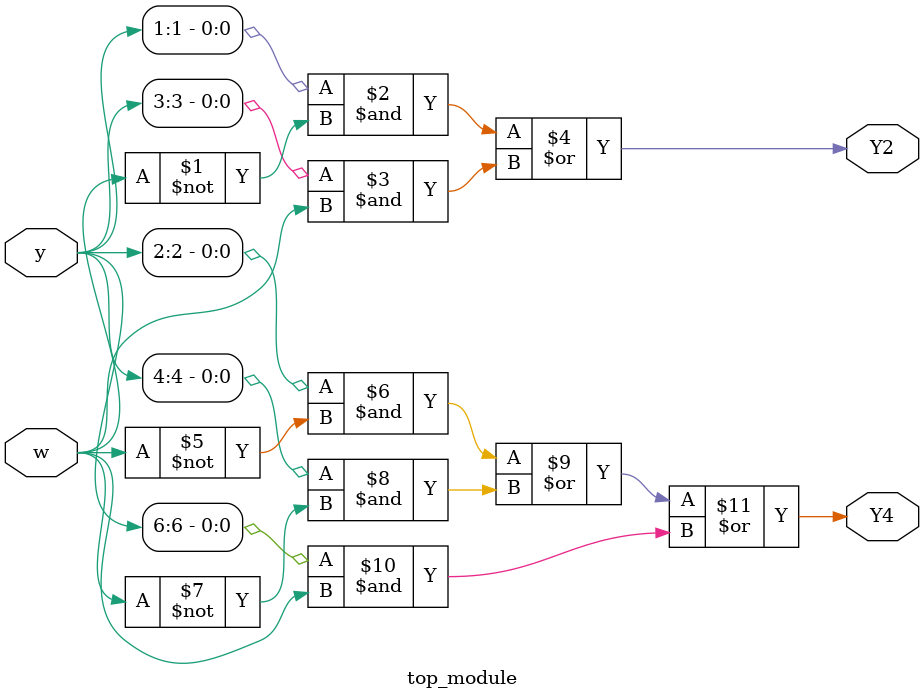
<source format=sv>
module top_module (
    input [6:1] y,
    input w,
    output Y2,
    output Y4
);

// Next-state logic for y[2] (state B and C)
assign Y2 = (y[1] & ~w) | (y[3] & w);

// Next-state logic for y[4] (state D, E, and F)
assign Y4 = (y[2] & ~w) | (y[4] & ~w) | (y[6] & w);

endmodule

</source>
